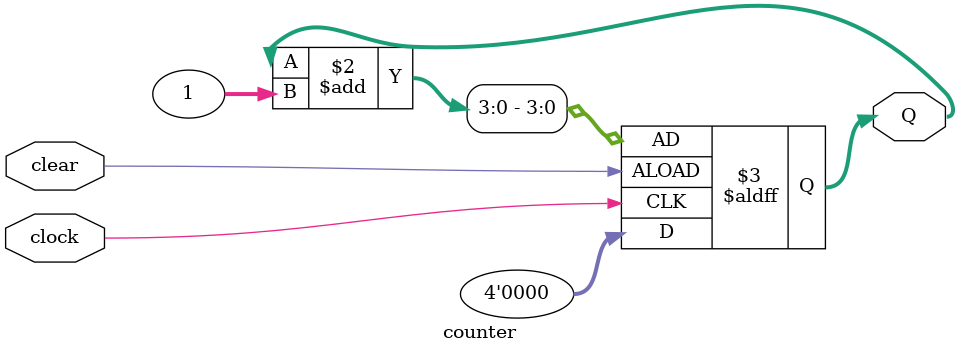
<source format=v>

module counter(Q, clock, clear);

    output[3:0] Q;
    input clock, clear;
    
    reg[3:0] Q;

    always @(posedge clock or negedge clear) begin
        if (clear)
            Q <= 4'b0000;
        else
            Q <= Q + 1;
    end

endmodule
</source>
